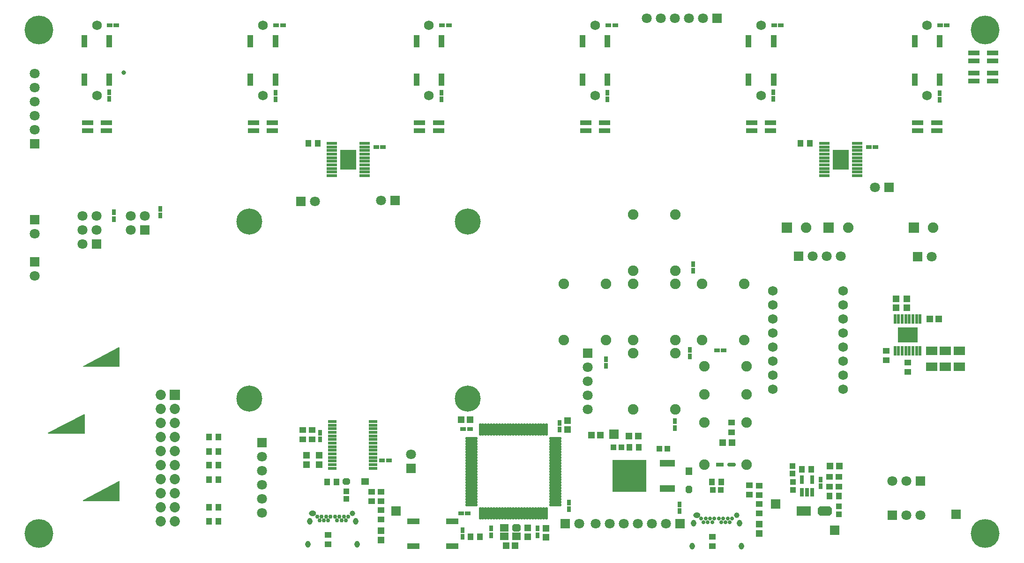
<source format=gbr>
%TF.GenerationSoftware,Altium Limited,Altium NEXUS,2.1.9 (83)*%
G04 Layer_Color=8388736*
%FSLAX44Y44*%
%MOMM*%
%TF.FileFunction,Soldermask,Top*%
%TF.Part,Single*%
G01*
G75*
%TA.AperFunction,SMDPad,CuDef*%
%ADD76R,2.0032X0.9532*%
%ADD77R,1.0032X2.2032*%
%ADD78R,1.1032X1.2032*%
%ADD79O,0.5032X2.3032*%
%ADD80O,2.3032X0.5032*%
%ADD81R,1.2032X1.2032*%
%ADD82R,2.2032X1.0032*%
%ADD83R,0.8032X1.0032*%
G04:AMPARAMS|DCode=84|XSize=1.6032mm|YSize=1.3532mm|CornerRadius=0mm|HoleSize=0mm|Usage=FLASHONLY|Rotation=0.000|XOffset=0mm|YOffset=0mm|HoleType=Round|Shape=Octagon|*
%AMOCTAGOND84*
4,1,8,0.8016,-0.3383,0.8016,0.3383,0.4633,0.6766,-0.4633,0.6766,-0.8016,0.3383,-0.8016,-0.3383,-0.4633,-0.6766,0.4633,-0.6766,0.8016,-0.3383,0.0*
%
%ADD84OCTAGOND84*%

%ADD85R,1.6032X1.3532*%
%ADD86R,1.2032X1.2032*%
%ADD87R,1.0032X0.8032*%
%ADD88R,1.6002X0.5512*%
%ADD89R,1.2032X1.3032*%
%ADD90R,1.2032X1.1032*%
%ADD91R,1.4532X0.7332*%
G04:AMPARAMS|DCode=92|XSize=0.7332mm|YSize=1.4532mm|CornerRadius=0mm|HoleSize=0mm|Usage=FLASHONLY|Rotation=270.000|XOffset=0mm|YOffset=0mm|HoleType=Round|Shape=Octagon|*
%AMOCTAGOND92*
4,1,8,0.7266,0.1833,0.7266,-0.1833,0.5433,-0.3666,-0.5433,-0.3666,-0.7266,-0.1833,-0.7266,0.1833,-0.5433,0.3666,0.5433,0.3666,0.7266,0.1833,0.0*
%
%ADD92OCTAGOND92*%

%ADD93R,1.1032X1.0032*%
%ADD94R,1.4232X1.2032*%
G04:AMPARAMS|DCode=95|XSize=1.2032mm|YSize=1.4232mm|CornerRadius=0mm|HoleSize=0mm|Usage=FLASHONLY|Rotation=90.000|XOffset=0mm|YOffset=0mm|HoleType=Round|Shape=Octagon|*
%AMOCTAGOND95*
4,1,8,-0.7116,-0.3008,-0.7116,0.3008,-0.4108,0.6016,0.4108,0.6016,0.7116,0.3008,0.7116,-0.3008,0.4108,-0.6016,-0.4108,-0.6016,-0.7116,-0.3008,0.0*
%
%ADD95OCTAGOND95*%

%ADD96R,1.3032X1.2032*%
%ADD97R,1.2032X1.4232*%
G04:AMPARAMS|DCode=98|XSize=1.2032mm|YSize=1.4232mm|CornerRadius=0mm|HoleSize=0mm|Usage=FLASHONLY|Rotation=180.000|XOffset=0mm|YOffset=0mm|HoleType=Round|Shape=Octagon|*
%AMOCTAGOND98*
4,1,8,0.3008,-0.7116,-0.3008,-0.7116,-0.6016,-0.4108,-0.6016,0.4108,-0.3008,0.7116,0.3008,0.7116,0.6016,0.4108,0.6016,-0.4108,0.3008,-0.7116,0.0*
%
%ADD98OCTAGOND98*%

%ADD99R,2.6032X1.7532*%
G04:AMPARAMS|DCode=100|XSize=1.7532mm|YSize=2.6032mm|CornerRadius=0mm|HoleSize=0mm|Usage=FLASHONLY|Rotation=270.000|XOffset=0mm|YOffset=0mm|HoleType=Round|Shape=Octagon|*
%AMOCTAGOND100*
4,1,8,1.3016,0.4383,1.3016,-0.4383,0.8633,-0.8766,-0.8633,-0.8766,-1.3016,-0.4383,-1.3016,0.4383,-0.8633,0.8766,0.8633,0.8766,1.3016,0.4383,0.0*
%
%ADD100OCTAGOND100*%

%ADD101R,2.7932X1.1532*%
%ADD102R,6.1432X5.8332*%
%ADD103R,0.7932X1.5732*%
%ADD104R,1.0032X1.1032*%
%ADD105R,3.6032X2.6832*%
%ADD106R,0.6132X1.7732*%
%ADD107R,2.0032X1.5032*%
%ADD108R,1.9812X0.5588*%
%ADD109R,2.9532X3.6332*%
%TA.AperFunction,ViaPad*%
%ADD110C,5.2032*%
%TA.AperFunction,ComponentPad*%
%ADD111C,1.7272*%
%ADD112C,1.9032*%
%ADD113R,1.9032X1.9032*%
%ADD114R,1.8532X1.8532*%
%ADD115C,1.8532*%
%ADD116C,0.7000*%
%ADD117O,0.9532X1.2532*%
%ADD118C,1.0000*%
%ADD119O,1.3000X1.0000*%
%ADD120C,0.7500*%
%ADD121C,1.8032*%
%ADD122R,1.8032X1.8032*%
%ADD123R,1.8032X1.8032*%
%ADD124C,4.7032*%
%TA.AperFunction,ViaPad*%
%ADD125C,0.8032*%
G36*
X191250Y139261D02*
Y103250D01*
X124842D01*
X124531Y104481D01*
X190159Y139911D01*
X191250Y139261D01*
D02*
G37*
G36*
X128250Y260025D02*
Y225250D01*
X61917D01*
X61614Y226483D01*
X127164Y260683D01*
X128250Y260025D01*
D02*
G37*
G36*
X191250Y381266D02*
Y345750D01*
X124871D01*
X124564Y346982D01*
X190161Y381920D01*
X191250Y381266D01*
D02*
G37*
D76*
X1367018Y787366D02*
D03*
X1333018D02*
D03*
X1367018Y772866D02*
D03*
X1333018D02*
D03*
X167018Y787366D02*
D03*
X133018D02*
D03*
X167018Y772866D02*
D03*
X133018D02*
D03*
X1667018Y787366D02*
D03*
X1633018D02*
D03*
X1667018Y772866D02*
D03*
X1633018D02*
D03*
X467018Y787366D02*
D03*
X433018D02*
D03*
X467018Y772866D02*
D03*
X433018D02*
D03*
X1768518Y877116D02*
D03*
X1734518D02*
D03*
X1768518Y862616D02*
D03*
X1734518D02*
D03*
X767018Y787366D02*
D03*
X733018D02*
D03*
X767018Y772866D02*
D03*
X733018D02*
D03*
X1768518Y913116D02*
D03*
X1734518D02*
D03*
X1768518Y898616D02*
D03*
X1734518D02*
D03*
X1067018Y787366D02*
D03*
X1033018D02*
D03*
X1067018Y772866D02*
D03*
X1033018D02*
D03*
D77*
X172352Y864948D02*
D03*
X127352D02*
D03*
Y934948D02*
D03*
X172352D02*
D03*
X472352Y864948D02*
D03*
X427352D02*
D03*
Y934948D02*
D03*
X472352D02*
D03*
X772352Y864948D02*
D03*
X727352D02*
D03*
Y934948D02*
D03*
X772352D02*
D03*
X1072352Y864948D02*
D03*
X1027352D02*
D03*
Y934948D02*
D03*
X1072352D02*
D03*
X1372352Y864948D02*
D03*
X1327352D02*
D03*
Y934948D02*
D03*
X1372352D02*
D03*
X1672352Y864948D02*
D03*
X1627352D02*
D03*
Y934948D02*
D03*
X1672352D02*
D03*
D78*
X842250Y38750D02*
D03*
X825250D02*
D03*
X352500Y218750D02*
D03*
X369500D02*
D03*
X352250Y168000D02*
D03*
X369250D02*
D03*
X352250Y142250D02*
D03*
X369250D02*
D03*
X369500Y66750D02*
D03*
X352500D02*
D03*
X369750Y91750D02*
D03*
X352750D02*
D03*
X369500Y193000D02*
D03*
X352500D02*
D03*
X583250Y137850D02*
D03*
X566250D02*
D03*
X1128970Y200110D02*
D03*
X1111970D02*
D03*
X1423500Y161000D02*
D03*
X1440500D02*
D03*
X1490250Y112750D02*
D03*
X1473250D02*
D03*
X1277750Y138250D02*
D03*
X1260750D02*
D03*
X1420750Y749750D02*
D03*
X1437750D02*
D03*
X532250D02*
D03*
X549250D02*
D03*
D79*
X842370Y80740D02*
D03*
X847370D02*
D03*
X852370D02*
D03*
X857370D02*
D03*
X862370D02*
D03*
X867370D02*
D03*
X872370D02*
D03*
X877370D02*
D03*
X882370D02*
D03*
X887370D02*
D03*
X892370D02*
D03*
X897370D02*
D03*
X902370D02*
D03*
X907370D02*
D03*
X912370D02*
D03*
X917370D02*
D03*
X922370D02*
D03*
X927370D02*
D03*
X932370D02*
D03*
X937370D02*
D03*
X942370D02*
D03*
X947370D02*
D03*
X952370D02*
D03*
X957370D02*
D03*
X962370D02*
D03*
Y232740D02*
D03*
X957370D02*
D03*
X952370D02*
D03*
X947370D02*
D03*
X942370D02*
D03*
X937370D02*
D03*
X932370D02*
D03*
X927370D02*
D03*
X922370D02*
D03*
X917370D02*
D03*
X912370D02*
D03*
X907370D02*
D03*
X902370D02*
D03*
X897370D02*
D03*
X892370D02*
D03*
X887370D02*
D03*
X882370D02*
D03*
X877370D02*
D03*
X872370D02*
D03*
X867370D02*
D03*
X862370D02*
D03*
X857370D02*
D03*
X852370D02*
D03*
X847370D02*
D03*
X842370D02*
D03*
D80*
X978370Y96740D02*
D03*
Y101740D02*
D03*
Y106740D02*
D03*
Y111740D02*
D03*
Y116740D02*
D03*
Y121740D02*
D03*
Y126740D02*
D03*
Y131740D02*
D03*
Y136740D02*
D03*
Y141740D02*
D03*
Y146740D02*
D03*
Y151740D02*
D03*
Y156740D02*
D03*
Y161740D02*
D03*
Y166740D02*
D03*
Y171740D02*
D03*
Y176740D02*
D03*
Y181740D02*
D03*
Y186740D02*
D03*
Y191740D02*
D03*
Y196740D02*
D03*
Y201740D02*
D03*
Y206740D02*
D03*
Y211740D02*
D03*
Y216740D02*
D03*
X826370D02*
D03*
Y211740D02*
D03*
Y206740D02*
D03*
Y201740D02*
D03*
Y196740D02*
D03*
Y191740D02*
D03*
Y186740D02*
D03*
Y181740D02*
D03*
Y176740D02*
D03*
Y171740D02*
D03*
Y166740D02*
D03*
Y161740D02*
D03*
Y156740D02*
D03*
Y151740D02*
D03*
Y146740D02*
D03*
Y141740D02*
D03*
Y136740D02*
D03*
Y131740D02*
D03*
Y126740D02*
D03*
Y121740D02*
D03*
Y116740D02*
D03*
Y111740D02*
D03*
Y106740D02*
D03*
Y101740D02*
D03*
Y96740D02*
D03*
D81*
X1043250Y222500D02*
D03*
X1059250D02*
D03*
X823750Y250500D02*
D03*
X807750D02*
D03*
X889000Y23000D02*
D03*
X905000D02*
D03*
X1654750Y432750D02*
D03*
X1670750D02*
D03*
D82*
X792000Y22000D02*
D03*
Y67000D02*
D03*
X722000D02*
D03*
Y22000D02*
D03*
D83*
X810500Y50750D02*
D03*
Y38750D02*
D03*
X985750Y244750D02*
D03*
Y232750D02*
D03*
X1003000Y88750D02*
D03*
Y100750D02*
D03*
X945750Y41750D02*
D03*
Y53750D02*
D03*
X862500Y53750D02*
D03*
Y41750D02*
D03*
X553500Y226500D02*
D03*
Y214500D02*
D03*
X1457500Y130500D02*
D03*
Y142500D02*
D03*
X1203000Y85250D02*
D03*
Y97250D02*
D03*
X180900Y625150D02*
D03*
Y613150D02*
D03*
X264500Y631250D02*
D03*
Y619250D02*
D03*
X1227000Y531500D02*
D03*
Y519500D02*
D03*
X1069500Y348000D02*
D03*
Y360000D02*
D03*
X1194500Y235500D02*
D03*
Y247500D02*
D03*
X1221250Y364500D02*
D03*
Y376500D02*
D03*
X172250Y830250D02*
D03*
Y842250D02*
D03*
X472500Y829750D02*
D03*
Y841750D02*
D03*
X772250Y829750D02*
D03*
Y841750D02*
D03*
X1072250Y829750D02*
D03*
Y841750D02*
D03*
X1372250Y830500D02*
D03*
Y842500D02*
D03*
X1672250Y828500D02*
D03*
Y840500D02*
D03*
D84*
X907750Y55250D02*
D03*
D85*
X885750Y39250D02*
D03*
X907750D02*
D03*
X885750Y55250D02*
D03*
D86*
X928500Y55000D02*
D03*
Y39000D02*
D03*
X1000500Y233000D02*
D03*
Y249000D02*
D03*
X961500Y54250D02*
D03*
Y38250D02*
D03*
X1594000Y452750D02*
D03*
Y468750D02*
D03*
X1613000Y452750D02*
D03*
Y468750D02*
D03*
D87*
X807750Y80750D02*
D03*
X819750D02*
D03*
X811750Y233750D02*
D03*
X823750D02*
D03*
X677250Y177000D02*
D03*
X665250D02*
D03*
X184750Y963500D02*
D03*
X172750D02*
D03*
X486000D02*
D03*
X474000D02*
D03*
X785750D02*
D03*
X773750D02*
D03*
X1086250Y963750D02*
D03*
X1074250D02*
D03*
X1385500D02*
D03*
X1373500D02*
D03*
X1685500Y963500D02*
D03*
X1673500D02*
D03*
X666750Y743500D02*
D03*
X654750D02*
D03*
X1556750D02*
D03*
X1544750D02*
D03*
X1270250Y375750D02*
D03*
X1282250D02*
D03*
D88*
X575440Y162600D02*
D03*
Y169100D02*
D03*
Y175600D02*
D03*
Y182100D02*
D03*
Y188600D02*
D03*
Y195100D02*
D03*
Y201600D02*
D03*
Y214600D02*
D03*
Y208100D02*
D03*
Y221100D02*
D03*
Y227600D02*
D03*
Y234100D02*
D03*
Y240600D02*
D03*
Y247100D02*
D03*
X648560Y162600D02*
D03*
Y169100D02*
D03*
Y175600D02*
D03*
Y182100D02*
D03*
Y188600D02*
D03*
Y195100D02*
D03*
Y201600D02*
D03*
Y208100D02*
D03*
Y214600D02*
D03*
Y221100D02*
D03*
Y227600D02*
D03*
Y234100D02*
D03*
Y240600D02*
D03*
Y247100D02*
D03*
D89*
X551500Y169350D02*
D03*
Y186350D02*
D03*
X528750Y169350D02*
D03*
Y186350D02*
D03*
X1346750Y61750D02*
D03*
Y44750D02*
D03*
X663500Y49750D02*
D03*
Y32750D02*
D03*
D90*
X538500Y231850D02*
D03*
Y214850D02*
D03*
X521500Y231850D02*
D03*
Y214850D02*
D03*
X1346750Y81250D02*
D03*
Y98250D02*
D03*
X663500Y69850D02*
D03*
Y86850D02*
D03*
Y119850D02*
D03*
Y102850D02*
D03*
X1346500Y114500D02*
D03*
Y131500D02*
D03*
X1296500Y228000D02*
D03*
Y245000D02*
D03*
X1328750Y114750D02*
D03*
Y131750D02*
D03*
X646500Y102850D02*
D03*
Y119850D02*
D03*
X567750Y42500D02*
D03*
Y25500D02*
D03*
X1490250Y146750D02*
D03*
Y129750D02*
D03*
X1473250D02*
D03*
Y146750D02*
D03*
X1261500Y38500D02*
D03*
Y21500D02*
D03*
X1614750Y353500D02*
D03*
Y336500D02*
D03*
X1576000Y375250D02*
D03*
Y358250D02*
D03*
D91*
X1275070Y169250D02*
D03*
D92*
X1296660D02*
D03*
D93*
X601000Y107000D02*
D03*
Y121000D02*
D03*
X1407250Y137500D02*
D03*
Y123500D02*
D03*
X1490500Y79500D02*
D03*
Y93500D02*
D03*
X1407000Y166750D02*
D03*
Y152750D02*
D03*
D94*
X634561Y139000D02*
D03*
D95*
X600939D02*
D03*
D96*
X1297210Y208790D02*
D03*
X1280210D02*
D03*
X1128470Y220610D02*
D03*
X1111470D02*
D03*
X1491500Y166500D02*
D03*
X1474500D02*
D03*
D97*
X1219500Y157561D02*
D03*
D98*
Y123939D02*
D03*
D99*
X1427250Y85000D02*
D03*
D100*
X1465250D02*
D03*
D101*
X1180500Y171360D02*
D03*
Y125640D02*
D03*
D102*
X1112000Y148500D02*
D03*
D103*
X1423500Y119000D02*
D03*
X1433000D02*
D03*
X1442500D02*
D03*
Y142500D02*
D03*
X1423500D02*
D03*
D104*
X1083220Y200110D02*
D03*
X1097220D02*
D03*
X1166470Y198360D02*
D03*
X1180470D02*
D03*
X1263000Y123500D02*
D03*
X1277000D02*
D03*
D105*
X1614500Y404000D02*
D03*
D106*
X1591750Y432700D02*
D03*
X1598250D02*
D03*
X1604750D02*
D03*
X1611250D02*
D03*
X1617750D02*
D03*
X1624250D02*
D03*
X1630750D02*
D03*
X1637250D02*
D03*
Y375300D02*
D03*
X1630750D02*
D03*
X1624250D02*
D03*
X1617750D02*
D03*
X1611250D02*
D03*
X1604750D02*
D03*
X1598250D02*
D03*
X1591750D02*
D03*
D107*
X1658000Y375250D02*
D03*
Y346250D02*
D03*
X1682750Y375250D02*
D03*
Y346250D02*
D03*
X1708000Y375250D02*
D03*
Y346250D02*
D03*
D108*
X1464282Y750001D02*
D03*
Y743500D02*
D03*
Y737000D02*
D03*
Y730500D02*
D03*
Y724000D02*
D03*
Y717500D02*
D03*
Y711000D02*
D03*
Y704500D02*
D03*
Y698000D02*
D03*
Y691499D02*
D03*
X1523718D02*
D03*
Y698000D02*
D03*
Y704500D02*
D03*
Y711000D02*
D03*
Y717500D02*
D03*
Y724000D02*
D03*
Y730500D02*
D03*
Y737000D02*
D03*
Y743500D02*
D03*
Y750001D02*
D03*
X574500D02*
D03*
Y743500D02*
D03*
Y737000D02*
D03*
Y730500D02*
D03*
Y724000D02*
D03*
Y717500D02*
D03*
Y711000D02*
D03*
Y704500D02*
D03*
Y698000D02*
D03*
Y691499D02*
D03*
X633936D02*
D03*
Y698000D02*
D03*
Y704500D02*
D03*
Y711000D02*
D03*
Y717500D02*
D03*
Y724000D02*
D03*
Y730500D02*
D03*
Y737000D02*
D03*
Y743500D02*
D03*
Y750001D02*
D03*
D109*
X1494000Y720750D02*
D03*
X604218D02*
D03*
D110*
X45000Y955000D02*
D03*
X1755000D02*
D03*
Y45000D02*
D03*
X45000D02*
D03*
D111*
X1650000Y963500D02*
D03*
Y836500D02*
D03*
X1350000Y963500D02*
D03*
Y836500D02*
D03*
X1050000Y963500D02*
D03*
Y836500D02*
D03*
X750000Y963500D02*
D03*
Y836500D02*
D03*
X450000Y963500D02*
D03*
Y836500D02*
D03*
X150000Y963500D02*
D03*
Y836500D02*
D03*
X1371500Y482950D02*
D03*
Y457550D02*
D03*
Y432150D02*
D03*
Y406750D02*
D03*
Y381350D02*
D03*
Y355950D02*
D03*
Y330550D02*
D03*
Y305150D02*
D03*
X1498500Y482950D02*
D03*
Y457550D02*
D03*
Y432150D02*
D03*
Y406750D02*
D03*
Y381350D02*
D03*
Y355950D02*
D03*
Y330550D02*
D03*
Y305150D02*
D03*
D112*
X1661000Y597250D02*
D03*
X1507250D02*
D03*
X1431250D02*
D03*
X1194600Y496050D02*
D03*
Y394450D02*
D03*
X1118400Y496050D02*
D03*
Y394450D02*
D03*
X1194600Y621050D02*
D03*
Y519450D02*
D03*
X1118400Y621050D02*
D03*
Y519450D02*
D03*
X1194600Y371050D02*
D03*
Y269450D02*
D03*
X1118400Y371050D02*
D03*
Y269450D02*
D03*
X1069600Y496050D02*
D03*
Y394450D02*
D03*
X993400Y496050D02*
D03*
Y394450D02*
D03*
X1319600Y496050D02*
D03*
Y394450D02*
D03*
X1243400Y496050D02*
D03*
Y394450D02*
D03*
X1247500Y346800D02*
D03*
Y296000D02*
D03*
X1323700Y346800D02*
D03*
Y296000D02*
D03*
Y245200D02*
D03*
X1247500D02*
D03*
X1323700Y169000D02*
D03*
X1247500D02*
D03*
D113*
X1626000Y597250D02*
D03*
X1472250D02*
D03*
X1396250D02*
D03*
D114*
X290671Y295140D02*
D03*
D115*
X265271D02*
D03*
X290671Y269740D02*
D03*
X265271D02*
D03*
X290671Y244340D02*
D03*
X265271D02*
D03*
X290671Y218940D02*
D03*
X265271D02*
D03*
X290671Y193540D02*
D03*
X265271D02*
D03*
X290671Y168140D02*
D03*
X265271D02*
D03*
X290671Y142740D02*
D03*
X265271D02*
D03*
X290671Y117340D02*
D03*
X265271D02*
D03*
X290671Y91940D02*
D03*
X265271D02*
D03*
X290671Y66540D02*
D03*
X265271D02*
D03*
D116*
X1297610Y71780D02*
D03*
X1289610D02*
D03*
X1281610D02*
D03*
X1273610D02*
D03*
X1265610D02*
D03*
X1257610D02*
D03*
X1249610D02*
D03*
X1241610D02*
D03*
X1293610Y64780D02*
D03*
X1285610D02*
D03*
X1277610D02*
D03*
X1261610D02*
D03*
X1253610D02*
D03*
X1245610D02*
D03*
D117*
X1310910Y63380D02*
D03*
X1228310D02*
D03*
X1225110Y21880D02*
D03*
X1314110D02*
D03*
X617300Y67100D02*
D03*
X534700D02*
D03*
X531500Y25600D02*
D03*
X620500D02*
D03*
D118*
X1305610Y77780D02*
D03*
X612000Y81500D02*
D03*
D119*
X1233610Y77780D02*
D03*
X540000Y81500D02*
D03*
D120*
X604000Y75500D02*
D03*
X596000D02*
D03*
X588000D02*
D03*
X580000D02*
D03*
X572000D02*
D03*
X564000D02*
D03*
X556000D02*
D03*
X548000D02*
D03*
X600000Y68500D02*
D03*
X592000D02*
D03*
X584000D02*
D03*
X568000D02*
D03*
X560000D02*
D03*
X552000D02*
D03*
D121*
X1050900Y62500D02*
D03*
X1076300D02*
D03*
X1101700D02*
D03*
X1127100D02*
D03*
X1177900D02*
D03*
X1152500D02*
D03*
X1021000Y62750D02*
D03*
X37750Y510050D02*
D03*
X448250Y183300D02*
D03*
Y157900D02*
D03*
Y132500D02*
D03*
Y107100D02*
D03*
Y81700D02*
D03*
X37750Y586250D02*
D03*
X717750Y188000D02*
D03*
X1244800Y975750D02*
D03*
X1219400D02*
D03*
X1194000D02*
D03*
X1168600D02*
D03*
X1143200D02*
D03*
X1657900Y545500D02*
D03*
X1494050Y546250D02*
D03*
X1468650D02*
D03*
X1443250D02*
D03*
X1612750Y139500D02*
D03*
X1587350D02*
D03*
X1612500Y77750D02*
D03*
X1637900D02*
D03*
X1555850Y670000D02*
D03*
X663350Y646500D02*
D03*
X544000Y645250D02*
D03*
X123600Y618900D02*
D03*
X149000D02*
D03*
X123600Y593500D02*
D03*
X149000D02*
D03*
X123600Y568100D02*
D03*
X210850Y593750D02*
D03*
X236250Y619150D02*
D03*
X210850D02*
D03*
X37750Y774750D02*
D03*
Y800150D02*
D03*
Y825550D02*
D03*
Y850950D02*
D03*
Y876350D02*
D03*
X1036500Y345000D02*
D03*
Y319600D02*
D03*
Y294200D02*
D03*
Y268800D02*
D03*
D122*
X1203300Y62500D02*
D03*
X995600Y62750D02*
D03*
X1702250Y79250D02*
D03*
X1270200Y975750D02*
D03*
X1375750Y98250D02*
D03*
X690250Y85600D02*
D03*
X1632500Y545500D02*
D03*
X1417850Y546250D02*
D03*
X1638150Y139500D02*
D03*
X1587100Y77750D02*
D03*
X1581250Y670000D02*
D03*
X688750Y646500D02*
D03*
X518600Y645250D02*
D03*
D123*
X37750Y535450D02*
D03*
X448250Y208700D02*
D03*
X37750Y611650D02*
D03*
X717750Y162600D02*
D03*
X1482500Y51000D02*
D03*
X1084250Y224000D02*
D03*
X149000Y568100D02*
D03*
X236250Y593750D02*
D03*
X37750Y749350D02*
D03*
X1036500Y370400D02*
D03*
D124*
X425000Y288500D02*
D03*
X820300D02*
D03*
X820000Y608500D02*
D03*
X425000D02*
D03*
D125*
X198250Y877750D02*
D03*
%TF.MD5,52543a8ad3254d4205915d5f6cfa4d78*%
M02*

</source>
